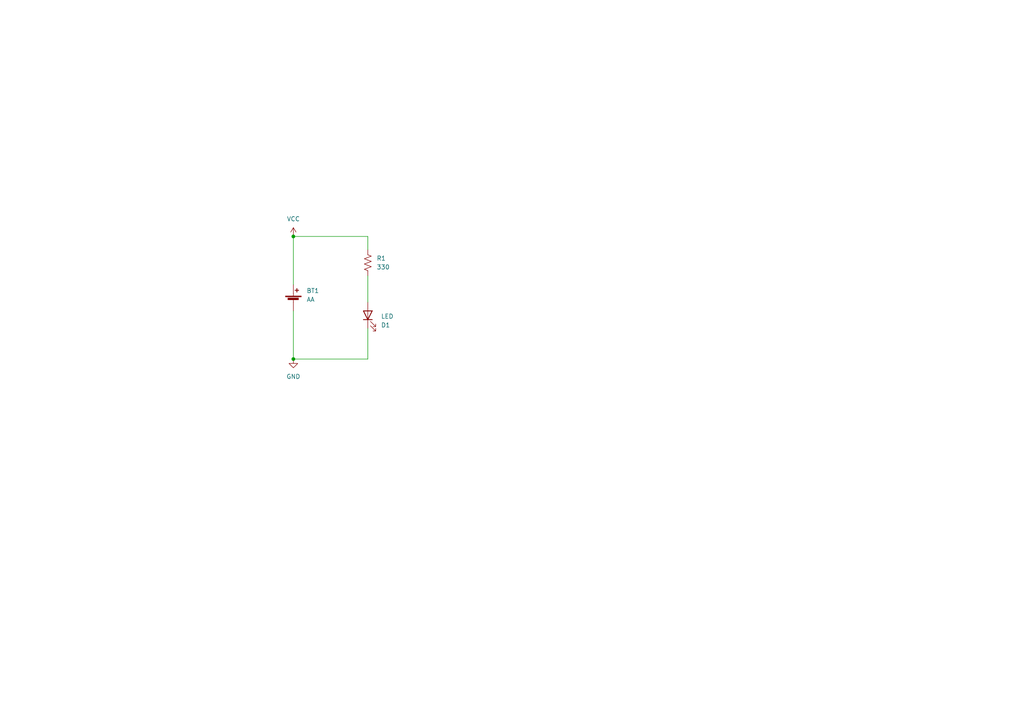
<source format=kicad_sch>
(kicad_sch (version 20211123) (generator eeschema)

  (uuid 9538e4ed-27e6-4c37-b989-9859dc0d49e8)

  (paper "A4")

  (lib_symbols
    (symbol "Device:Battery_Cell" (pin_numbers hide) (pin_names (offset 0) hide) (in_bom yes) (on_board yes)
      (property "Reference" "BT" (id 0) (at 2.54 2.54 0)
        (effects (font (size 1.27 1.27)) (justify left))
      )
      (property "Value" "Battery_Cell" (id 1) (at 2.54 0 0)
        (effects (font (size 1.27 1.27)) (justify left))
      )
      (property "Footprint" "" (id 2) (at 0 1.524 90)
        (effects (font (size 1.27 1.27)) hide)
      )
      (property "Datasheet" "~" (id 3) (at 0 1.524 90)
        (effects (font (size 1.27 1.27)) hide)
      )
      (property "ki_keywords" "battery cell" (id 4) (at 0 0 0)
        (effects (font (size 1.27 1.27)) hide)
      )
      (property "ki_description" "Single-cell battery" (id 5) (at 0 0 0)
        (effects (font (size 1.27 1.27)) hide)
      )
      (symbol "Battery_Cell_0_1"
        (rectangle (start -2.286 1.778) (end 2.286 1.524)
          (stroke (width 0) (type default) (color 0 0 0 0))
          (fill (type outline))
        )
        (rectangle (start -1.5748 1.1938) (end 1.4732 0.6858)
          (stroke (width 0) (type default) (color 0 0 0 0))
          (fill (type outline))
        )
        (polyline
          (pts
            (xy 0 0.762)
            (xy 0 0)
          )
          (stroke (width 0) (type default) (color 0 0 0 0))
          (fill (type none))
        )
        (polyline
          (pts
            (xy 0 1.778)
            (xy 0 2.54)
          )
          (stroke (width 0) (type default) (color 0 0 0 0))
          (fill (type none))
        )
        (polyline
          (pts
            (xy 0.508 3.429)
            (xy 1.524 3.429)
          )
          (stroke (width 0.254) (type default) (color 0 0 0 0))
          (fill (type none))
        )
        (polyline
          (pts
            (xy 1.016 3.937)
            (xy 1.016 2.921)
          )
          (stroke (width 0.254) (type default) (color 0 0 0 0))
          (fill (type none))
        )
      )
      (symbol "Battery_Cell_1_1"
        (pin passive line (at 0 5.08 270) (length 2.54)
          (name "+" (effects (font (size 1.27 1.27))))
          (number "1" (effects (font (size 1.27 1.27))))
        )
        (pin passive line (at 0 -2.54 90) (length 2.54)
          (name "-" (effects (font (size 1.27 1.27))))
          (number "2" (effects (font (size 1.27 1.27))))
        )
      )
    )
    (symbol "Device:LED" (pin_numbers hide) (pin_names (offset 1.016) hide) (in_bom yes) (on_board yes)
      (property "Reference" "D" (id 0) (at 0 2.54 0)
        (effects (font (size 1.27 1.27)))
      )
      (property "Value" "LED" (id 1) (at 0 -2.54 0)
        (effects (font (size 1.27 1.27)))
      )
      (property "Footprint" "" (id 2) (at 0 0 0)
        (effects (font (size 1.27 1.27)) hide)
      )
      (property "Datasheet" "~" (id 3) (at 0 0 0)
        (effects (font (size 1.27 1.27)) hide)
      )
      (property "ki_keywords" "LED diode" (id 4) (at 0 0 0)
        (effects (font (size 1.27 1.27)) hide)
      )
      (property "ki_description" "Light emitting diode" (id 5) (at 0 0 0)
        (effects (font (size 1.27 1.27)) hide)
      )
      (property "ki_fp_filters" "LED* LED_SMD:* LED_THT:*" (id 6) (at 0 0 0)
        (effects (font (size 1.27 1.27)) hide)
      )
      (symbol "LED_0_1"
        (polyline
          (pts
            (xy -1.27 -1.27)
            (xy -1.27 1.27)
          )
          (stroke (width 0.254) (type default) (color 0 0 0 0))
          (fill (type none))
        )
        (polyline
          (pts
            (xy -1.27 0)
            (xy 1.27 0)
          )
          (stroke (width 0) (type default) (color 0 0 0 0))
          (fill (type none))
        )
        (polyline
          (pts
            (xy 1.27 -1.27)
            (xy 1.27 1.27)
            (xy -1.27 0)
            (xy 1.27 -1.27)
          )
          (stroke (width 0.254) (type default) (color 0 0 0 0))
          (fill (type none))
        )
        (polyline
          (pts
            (xy -3.048 -0.762)
            (xy -4.572 -2.286)
            (xy -3.81 -2.286)
            (xy -4.572 -2.286)
            (xy -4.572 -1.524)
          )
          (stroke (width 0) (type default) (color 0 0 0 0))
          (fill (type none))
        )
        (polyline
          (pts
            (xy -1.778 -0.762)
            (xy -3.302 -2.286)
            (xy -2.54 -2.286)
            (xy -3.302 -2.286)
            (xy -3.302 -1.524)
          )
          (stroke (width 0) (type default) (color 0 0 0 0))
          (fill (type none))
        )
      )
      (symbol "LED_1_1"
        (pin passive line (at -3.81 0 0) (length 2.54)
          (name "K" (effects (font (size 1.27 1.27))))
          (number "1" (effects (font (size 1.27 1.27))))
        )
        (pin passive line (at 3.81 0 180) (length 2.54)
          (name "A" (effects (font (size 1.27 1.27))))
          (number "2" (effects (font (size 1.27 1.27))))
        )
      )
    )
    (symbol "Device:R_US" (pin_numbers hide) (pin_names (offset 0)) (in_bom yes) (on_board yes)
      (property "Reference" "R" (id 0) (at 2.54 0 90)
        (effects (font (size 1.27 1.27)))
      )
      (property "Value" "R_US" (id 1) (at -2.54 0 90)
        (effects (font (size 1.27 1.27)))
      )
      (property "Footprint" "" (id 2) (at 1.016 -0.254 90)
        (effects (font (size 1.27 1.27)) hide)
      )
      (property "Datasheet" "~" (id 3) (at 0 0 0)
        (effects (font (size 1.27 1.27)) hide)
      )
      (property "ki_keywords" "R res resistor" (id 4) (at 0 0 0)
        (effects (font (size 1.27 1.27)) hide)
      )
      (property "ki_description" "Resistor, US symbol" (id 5) (at 0 0 0)
        (effects (font (size 1.27 1.27)) hide)
      )
      (property "ki_fp_filters" "R_*" (id 6) (at 0 0 0)
        (effects (font (size 1.27 1.27)) hide)
      )
      (symbol "R_US_0_1"
        (polyline
          (pts
            (xy 0 -2.286)
            (xy 0 -2.54)
          )
          (stroke (width 0) (type default) (color 0 0 0 0))
          (fill (type none))
        )
        (polyline
          (pts
            (xy 0 2.286)
            (xy 0 2.54)
          )
          (stroke (width 0) (type default) (color 0 0 0 0))
          (fill (type none))
        )
        (polyline
          (pts
            (xy 0 -0.762)
            (xy 1.016 -1.143)
            (xy 0 -1.524)
            (xy -1.016 -1.905)
            (xy 0 -2.286)
          )
          (stroke (width 0) (type default) (color 0 0 0 0))
          (fill (type none))
        )
        (polyline
          (pts
            (xy 0 0.762)
            (xy 1.016 0.381)
            (xy 0 0)
            (xy -1.016 -0.381)
            (xy 0 -0.762)
          )
          (stroke (width 0) (type default) (color 0 0 0 0))
          (fill (type none))
        )
        (polyline
          (pts
            (xy 0 2.286)
            (xy 1.016 1.905)
            (xy 0 1.524)
            (xy -1.016 1.143)
            (xy 0 0.762)
          )
          (stroke (width 0) (type default) (color 0 0 0 0))
          (fill (type none))
        )
      )
      (symbol "R_US_1_1"
        (pin passive line (at 0 3.81 270) (length 1.27)
          (name "~" (effects (font (size 1.27 1.27))))
          (number "1" (effects (font (size 1.27 1.27))))
        )
        (pin passive line (at 0 -3.81 90) (length 1.27)
          (name "~" (effects (font (size 1.27 1.27))))
          (number "2" (effects (font (size 1.27 1.27))))
        )
      )
    )
    (symbol "power:GND" (power) (pin_names (offset 0)) (in_bom yes) (on_board yes)
      (property "Reference" "#PWR" (id 0) (at 0 -6.35 0)
        (effects (font (size 1.27 1.27)) hide)
      )
      (property "Value" "GND" (id 1) (at 0 -3.81 0)
        (effects (font (size 1.27 1.27)))
      )
      (property "Footprint" "" (id 2) (at 0 0 0)
        (effects (font (size 1.27 1.27)) hide)
      )
      (property "Datasheet" "" (id 3) (at 0 0 0)
        (effects (font (size 1.27 1.27)) hide)
      )
      (property "ki_keywords" "power-flag" (id 4) (at 0 0 0)
        (effects (font (size 1.27 1.27)) hide)
      )
      (property "ki_description" "Power symbol creates a global label with name \"GND\" , ground" (id 5) (at 0 0 0)
        (effects (font (size 1.27 1.27)) hide)
      )
      (symbol "GND_0_1"
        (polyline
          (pts
            (xy 0 0)
            (xy 0 -1.27)
            (xy 1.27 -1.27)
            (xy 0 -2.54)
            (xy -1.27 -1.27)
            (xy 0 -1.27)
          )
          (stroke (width 0) (type default) (color 0 0 0 0))
          (fill (type none))
        )
      )
      (symbol "GND_1_1"
        (pin power_in line (at 0 0 270) (length 0) hide
          (name "GND" (effects (font (size 1.27 1.27))))
          (number "1" (effects (font (size 1.27 1.27))))
        )
      )
    )
    (symbol "power:VCC" (power) (pin_names (offset 0)) (in_bom yes) (on_board yes)
      (property "Reference" "#PWR" (id 0) (at 0 -3.81 0)
        (effects (font (size 1.27 1.27)) hide)
      )
      (property "Value" "VCC" (id 1) (at 0 3.81 0)
        (effects (font (size 1.27 1.27)))
      )
      (property "Footprint" "" (id 2) (at 0 0 0)
        (effects (font (size 1.27 1.27)) hide)
      )
      (property "Datasheet" "" (id 3) (at 0 0 0)
        (effects (font (size 1.27 1.27)) hide)
      )
      (property "ki_keywords" "power-flag" (id 4) (at 0 0 0)
        (effects (font (size 1.27 1.27)) hide)
      )
      (property "ki_description" "Power symbol creates a global label with name \"VCC\"" (id 5) (at 0 0 0)
        (effects (font (size 1.27 1.27)) hide)
      )
      (symbol "VCC_0_1"
        (polyline
          (pts
            (xy -0.762 1.27)
            (xy 0 2.54)
          )
          (stroke (width 0) (type default) (color 0 0 0 0))
          (fill (type none))
        )
        (polyline
          (pts
            (xy 0 0)
            (xy 0 2.54)
          )
          (stroke (width 0) (type default) (color 0 0 0 0))
          (fill (type none))
        )
        (polyline
          (pts
            (xy 0 2.54)
            (xy 0.762 1.27)
          )
          (stroke (width 0) (type default) (color 0 0 0 0))
          (fill (type none))
        )
      )
      (symbol "VCC_1_1"
        (pin power_in line (at 0 0 90) (length 0) hide
          (name "VCC" (effects (font (size 1.27 1.27))))
          (number "1" (effects (font (size 1.27 1.27))))
        )
      )
    )
  )

  (junction (at 85.09 104.14) (diameter 0) (color 0 0 0 0)
    (uuid 94b179d6-cace-41c1-86d1-c64ce4de0da1)
  )
  (junction (at 85.09 68.58) (diameter 0) (color 0 0 0 0)
    (uuid ae5b5be3-7bce-4eb2-9af8-0328a3260b49)
  )

  (wire (pts (xy 85.09 68.58) (xy 85.09 82.55))
    (stroke (width 0) (type default) (color 0 0 0 0))
    (uuid 11dba609-b104-47e9-8d9d-bde5dd1f0468)
  )
  (wire (pts (xy 85.09 90.17) (xy 85.09 104.14))
    (stroke (width 0) (type default) (color 0 0 0 0))
    (uuid 37632490-8a50-4489-b97a-feaab1be622e)
  )
  (wire (pts (xy 85.09 68.58) (xy 106.68 68.58))
    (stroke (width 0) (type default) (color 0 0 0 0))
    (uuid 39c5e862-954e-473e-bfe9-3ccef6bcb091)
  )
  (wire (pts (xy 106.68 68.58) (xy 106.68 72.39))
    (stroke (width 0) (type default) (color 0 0 0 0))
    (uuid 46b6d54c-89f9-4b52-919f-3d84cf2dd09d)
  )
  (wire (pts (xy 106.68 95.25) (xy 106.68 104.14))
    (stroke (width 0) (type default) (color 0 0 0 0))
    (uuid 4ef2066d-bd72-473f-abe5-6bbba67b2aa2)
  )
  (wire (pts (xy 106.68 104.14) (xy 85.09 104.14))
    (stroke (width 0) (type default) (color 0 0 0 0))
    (uuid ce5389af-7ae4-4674-b884-f51de059ed49)
  )
  (wire (pts (xy 106.68 80.01) (xy 106.68 87.63))
    (stroke (width 0) (type default) (color 0 0 0 0))
    (uuid e8498514-5e93-4d99-9b09-9a1b630e8380)
  )

  (symbol (lib_id "Device:Battery_Cell") (at 85.09 87.63 0) (unit 1)
    (in_bom yes) (on_board yes) (fields_autoplaced)
    (uuid 0739a502-7fa1-4e85-8cae-604fd21c9156)
    (property "Reference" "BT1" (id 0) (at 88.9 84.3279 0)
      (effects (font (size 1.27 1.27)) (justify left))
    )
    (property "Value" "" (id 1) (at 88.9 86.8679 0)
      (effects (font (size 1.27 1.27)) (justify left))
    )
    (property "Footprint" "" (id 2) (at 85.09 86.106 90)
      (effects (font (size 1.27 1.27)) hide)
    )
    (property "Datasheet" "~" (id 3) (at 85.09 86.106 90)
      (effects (font (size 1.27 1.27)) hide)
    )
    (pin "1" (uuid e26f0b22-8514-418f-977b-cb0a9761b0f5))
    (pin "2" (uuid 437daa66-7365-482e-804c-8098c6a0905c))
  )

  (symbol (lib_id "power:GND") (at 85.09 104.14 0) (unit 1)
    (in_bom yes) (on_board yes) (fields_autoplaced)
    (uuid 1e1f6aa3-0d3b-470c-9f82-60244777e4d7)
    (property "Reference" "#PWR?" (id 0) (at 85.09 110.49 0)
      (effects (font (size 1.27 1.27)) hide)
    )
    (property "Value" "" (id 1) (at 85.09 109.22 0))
    (property "Footprint" "" (id 2) (at 85.09 104.14 0)
      (effects (font (size 1.27 1.27)) hide)
    )
    (property "Datasheet" "" (id 3) (at 85.09 104.14 0)
      (effects (font (size 1.27 1.27)) hide)
    )
    (pin "1" (uuid e98e1f6a-3633-4887-86c7-370253c1fd7b))
  )

  (symbol (lib_id "Device:R_US") (at 106.68 76.2 0) (unit 1)
    (in_bom yes) (on_board yes) (fields_autoplaced)
    (uuid c7a83b92-c4b6-4156-99e4-ef5961af6c86)
    (property "Reference" "R1" (id 0) (at 109.22 74.9299 0)
      (effects (font (size 1.27 1.27)) (justify left))
    )
    (property "Value" "" (id 1) (at 109.22 77.4699 0)
      (effects (font (size 1.27 1.27)) (justify left))
    )
    (property "Footprint" "" (id 2) (at 107.696 76.454 90)
      (effects (font (size 1.27 1.27)) hide)
    )
    (property "Datasheet" "~" (id 3) (at 106.68 76.2 0)
      (effects (font (size 1.27 1.27)) hide)
    )
    (pin "1" (uuid 419d661f-9d9e-4e20-b7b1-9b55dd43e633))
    (pin "2" (uuid ed7ea2f8-225c-4c40-9ca0-ea82ac57eb03))
  )

  (symbol (lib_id "Device:LED") (at 106.68 91.44 90) (unit 1)
    (in_bom yes) (on_board yes) (fields_autoplaced)
    (uuid ca43fb8d-7115-422d-b6e2-f4d8a7ae9a35)
    (property "Reference" "LED" (id 0) (at 110.49 91.7574 90)
      (effects (font (size 1.27 1.27)) (justify right))
    )
    (property "Value" "" (id 1) (at 110.49 94.2974 90)
      (effects (font (size 1.27 1.27)) (justify right))
    )
    (property "Footprint" "" (id 2) (at 106.68 91.44 0)
      (effects (font (size 1.27 1.27)) hide)
    )
    (property "Datasheet" "~" (id 3) (at 106.68 91.44 0)
      (effects (font (size 1.27 1.27)) hide)
    )
    (pin "1" (uuid 2273aeca-3bd9-4b1f-aa22-ed81d8c6f5fa))
    (pin "2" (uuid f79ff044-7598-4f04-b3b5-8c4d910b6ca3))
  )

  (symbol (lib_id "power:VCC") (at 85.09 68.58 0) (unit 1)
    (in_bom yes) (on_board yes) (fields_autoplaced)
    (uuid f9fe52c7-1a88-48b8-b8cc-16a8f00e3802)
    (property "Reference" "#PWR?" (id 0) (at 85.09 72.39 0)
      (effects (font (size 1.27 1.27)) hide)
    )
    (property "Value" "" (id 1) (at 85.09 63.5 0))
    (property "Footprint" "" (id 2) (at 85.09 68.58 0)
      (effects (font (size 1.27 1.27)) hide)
    )
    (property "Datasheet" "" (id 3) (at 85.09 68.58 0)
      (effects (font (size 1.27 1.27)) hide)
    )
    (pin "1" (uuid 005aad8e-c331-41a0-a54f-e5309c3b74e2))
  )

  (sheet_instances
    (path "/" (page "1"))
  )

  (symbol_instances
    (path "/1e1f6aa3-0d3b-470c-9f82-60244777e4d7"
      (reference "#PWR?") (unit 1) (value "GND") (footprint "")
    )
    (path "/f9fe52c7-1a88-48b8-b8cc-16a8f00e3802"
      (reference "#PWR?") (unit 1) (value "VCC") (footprint "")
    )
    (path "/0739a502-7fa1-4e85-8cae-604fd21c9156"
      (reference "BT1") (unit 1) (value "AA") (footprint "")
    )
    (path "/ca43fb8d-7115-422d-b6e2-f4d8a7ae9a35"
      (reference "LED") (unit 1) (value "D1") (footprint "")
    )
    (path "/c7a83b92-c4b6-4156-99e4-ef5961af6c86"
      (reference "R1") (unit 1) (value "330") (footprint "")
    )
  )
)

</source>
